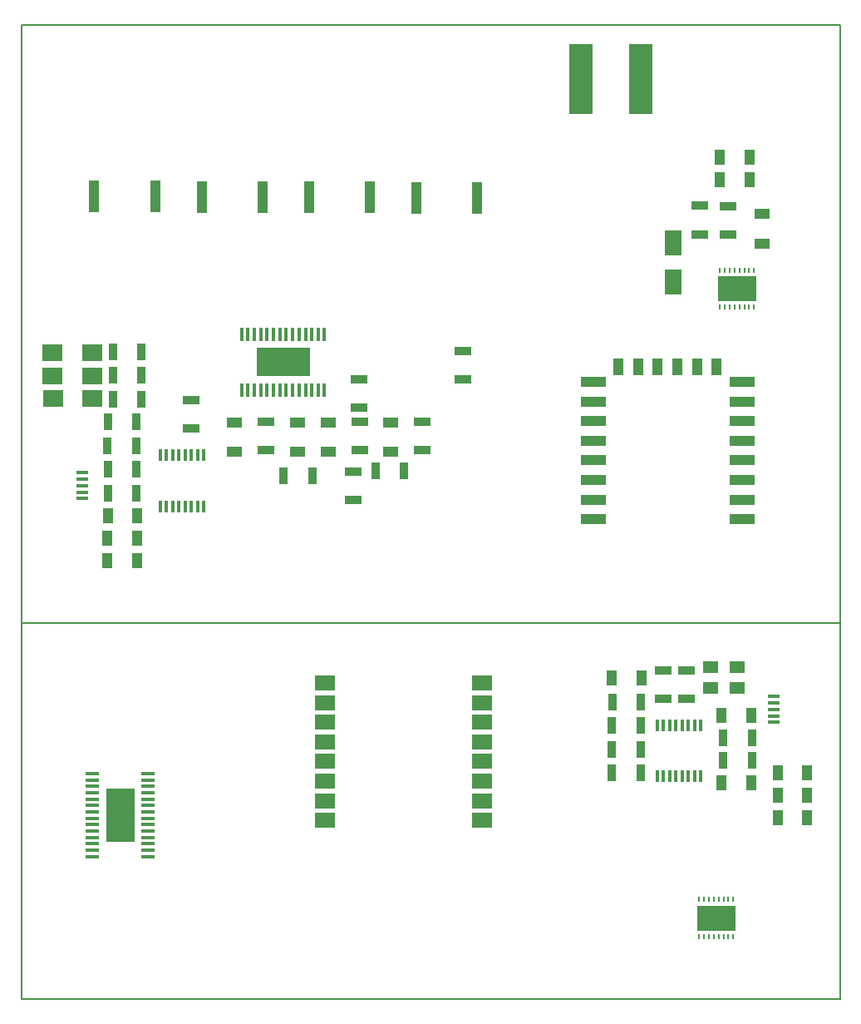
<source format=gbr>
%TF.GenerationSoftware,KiCad,Pcbnew,5.0.0-fee4fd1~66~ubuntu18.04.1*%
%TF.CreationDate,2019-06-24T19:08:59-03:00*%
%TF.ProjectId,Placa tesis,506C6163612074657369732E6B696361,rev?*%
%TF.SameCoordinates,Original*%
%TF.FileFunction,Paste,Top*%
%TF.FilePolarity,Positive*%
%FSLAX46Y46*%
G04 Gerber Fmt 4.6, Leading zero omitted, Abs format (unit mm)*
G04 Created by KiCad (PCBNEW 5.0.0-fee4fd1~66~ubuntu18.04.1) date Mon Jun 24 19:08:59 2019*
%MOMM*%
%LPD*%
G01*
G04 APERTURE LIST*
%ADD10C,0.150000*%
%ADD11R,1.000000X1.600000*%
%ADD12R,0.400000X1.200000*%
%ADD13R,5.511800X2.997200*%
%ADD14R,0.355600X1.422400*%
%ADD15R,1.700000X0.900000*%
%ADD16R,1.600000X1.000000*%
%ADD17R,0.250000X0.600000*%
%ADD18R,4.000000X2.600000*%
%ADD19R,0.900000X1.700000*%
%ADD20R,2.500000X1.000000*%
%ADD21R,1.000000X1.800000*%
%ADD22R,1.000000X3.200000*%
%ADD23R,1.300000X0.450000*%
%ADD24R,2.000000X1.500000*%
%ADD25R,1.422400X0.355600*%
%ADD26R,2.997200X5.511800*%
%ADD27R,1.500000X1.300000*%
%ADD28R,2.450000X7.190000*%
%ADD29R,2.000000X1.700000*%
%ADD30R,1.800000X2.500000*%
G04 APERTURE END LIST*
D10*
X70485000Y-140119100D02*
X153924000Y-140119100D01*
X70485000Y-101854000D02*
X153924000Y-101854000D01*
X153924000Y-41021000D02*
X153924000Y-140119100D01*
X70485000Y-41021000D02*
X70485000Y-140119100D01*
X70485000Y-41021000D02*
X153924000Y-41021000D01*
D11*
%TO.C,C12*%
X147564586Y-117134103D03*
X150564586Y-117134103D03*
%TD*%
D12*
%TO.C,U9*%
X135285086Y-112248103D03*
X135920086Y-112248103D03*
X136555086Y-112248103D03*
X137190086Y-112248103D03*
X137825086Y-112248103D03*
X138460086Y-112248103D03*
X139095086Y-112248103D03*
X139730086Y-112248103D03*
X139730086Y-117448103D03*
X139095086Y-117448103D03*
X138460086Y-117448103D03*
X137825086Y-117448103D03*
X137190086Y-117448103D03*
X136555086Y-117448103D03*
X135920086Y-117448103D03*
X135285086Y-117448103D03*
%TD*%
D13*
%TO.C,U4*%
X97155000Y-75311000D03*
D14*
X92938600Y-72466200D03*
X93573600Y-72466200D03*
X94234000Y-72466200D03*
X94869000Y-72466200D03*
X95529400Y-72466200D03*
X96189800Y-72466200D03*
X96824800Y-72466200D03*
X97485200Y-72466200D03*
X98120200Y-72466200D03*
X98780600Y-72466200D03*
X99441000Y-72466200D03*
X100076000Y-72466200D03*
X100736400Y-72466200D03*
X101371400Y-72466200D03*
X101371400Y-78155800D03*
X100736400Y-78155800D03*
X100076000Y-78155800D03*
X99441000Y-78155800D03*
X98780600Y-78155800D03*
X98120200Y-78155800D03*
X97485200Y-78155800D03*
X96824800Y-78155800D03*
X96189800Y-78155800D03*
X95529400Y-78155800D03*
X94869000Y-78155800D03*
X94234000Y-78155800D03*
X93573600Y-78155800D03*
X92938600Y-78155800D03*
%TD*%
D15*
%TO.C,R14*%
X142502681Y-59443743D03*
X142502681Y-62343743D03*
%TD*%
%TO.C,R13*%
X139581681Y-62290743D03*
X139581681Y-59390743D03*
%TD*%
D16*
%TO.C,C5*%
X145923000Y-63246000D03*
X145923000Y-60246000D03*
%TD*%
D17*
%TO.C,U3*%
X145141681Y-65925743D03*
X144641681Y-65925743D03*
X144141681Y-65925743D03*
X143641681Y-65925743D03*
X143141681Y-65925743D03*
X142641681Y-65925743D03*
X142141681Y-65925743D03*
X141641681Y-65925743D03*
X141641681Y-69725743D03*
X142141681Y-69725743D03*
X142641681Y-69725743D03*
X143141681Y-69725743D03*
X143641681Y-69725743D03*
X144141681Y-69725743D03*
X144641681Y-69725743D03*
X145141681Y-69725743D03*
D18*
X143391681Y-67825743D03*
%TD*%
D16*
%TO.C,C1*%
X108152000Y-81431000D03*
X108152000Y-84431000D03*
%TD*%
%TO.C,C2*%
X101751000Y-84431000D03*
X101751000Y-81431000D03*
%TD*%
%TO.C,C3*%
X98603000Y-81431000D03*
X98603000Y-84431000D03*
%TD*%
%TO.C,C4*%
X92202000Y-84431000D03*
X92202000Y-81431000D03*
%TD*%
D15*
%TO.C,R1*%
X111350000Y-84281000D03*
X111350000Y-81381000D03*
%TD*%
%TO.C,R2*%
X95400000Y-84281000D03*
X95400000Y-81381000D03*
%TD*%
%TO.C,R7*%
X104902000Y-79936000D03*
X104902000Y-77036000D03*
%TD*%
%TO.C,R8*%
X104949000Y-81381000D03*
X104949000Y-84281000D03*
%TD*%
D19*
%TO.C,R9*%
X106576582Y-86405586D03*
X109476582Y-86405586D03*
%TD*%
D15*
%TO.C,R10*%
X104267000Y-86434000D03*
X104267000Y-89334000D03*
%TD*%
D20*
%TO.C,U5*%
X128732978Y-91309063D03*
X128732978Y-89309063D03*
X128732978Y-87309063D03*
X128732978Y-85309063D03*
X128732978Y-83309063D03*
X128732978Y-81309063D03*
X128732978Y-79309063D03*
X128732978Y-77309063D03*
D21*
X131332978Y-75809063D03*
X133332978Y-75809063D03*
X135332978Y-75809063D03*
X137332978Y-75809063D03*
X139332978Y-75809063D03*
X141332978Y-75809063D03*
D20*
X143932978Y-77309063D03*
X143932978Y-79309063D03*
X143932978Y-81309063D03*
X143932978Y-83309063D03*
X143932978Y-85309063D03*
X143932978Y-87309063D03*
X143932978Y-89309063D03*
X143932978Y-91309063D03*
%TD*%
D22*
%TO.C,R3*%
X77926000Y-58420000D03*
X84126000Y-58420000D03*
%TD*%
%TO.C,R4*%
X95080285Y-58536516D03*
X88880285Y-58536516D03*
%TD*%
%TO.C,R5*%
X99809421Y-58511115D03*
X106009421Y-58511115D03*
%TD*%
%TO.C,R6*%
X116955893Y-58627348D03*
X110755893Y-58627348D03*
%TD*%
D11*
%TO.C,C6*%
X79272000Y-93218000D03*
X82272000Y-93218000D03*
%TD*%
%TO.C,C7*%
X82296000Y-90932000D03*
X79296000Y-90932000D03*
%TD*%
%TO.C,C8*%
X79272000Y-95504000D03*
X82272000Y-95504000D03*
%TD*%
%TO.C,C9*%
X141653000Y-56769000D03*
X144653000Y-56769000D03*
%TD*%
%TO.C,C10*%
X144653000Y-54483000D03*
X141653000Y-54483000D03*
%TD*%
D23*
%TO.C,J2*%
X76703000Y-89184000D03*
X76703000Y-88534000D03*
X76703000Y-87884000D03*
X76703000Y-87234000D03*
X76703000Y-86584000D03*
%TD*%
D19*
%TO.C,R11*%
X82222000Y-88646000D03*
X79322000Y-88646000D03*
%TD*%
%TO.C,R19*%
X79322000Y-86233000D03*
X82222000Y-86233000D03*
%TD*%
%TO.C,R20*%
X79269000Y-83820000D03*
X82169000Y-83820000D03*
%TD*%
%TO.C,R21*%
X79322000Y-81407000D03*
X82222000Y-81407000D03*
%TD*%
%TO.C,R22*%
X82730000Y-76660171D03*
X79830000Y-76660171D03*
%TD*%
%TO.C,R23*%
X79830000Y-79073171D03*
X82730000Y-79073171D03*
%TD*%
%TO.C,R24*%
X79830000Y-74247171D03*
X82730000Y-74247171D03*
%TD*%
D12*
%TO.C,U1*%
X84645500Y-84776000D03*
X85280500Y-84776000D03*
X85915500Y-84776000D03*
X86550500Y-84776000D03*
X87185500Y-84776000D03*
X87820500Y-84776000D03*
X88455500Y-84776000D03*
X89090500Y-84776000D03*
X89090500Y-89976000D03*
X88455500Y-89976000D03*
X87820500Y-89976000D03*
X87185500Y-89976000D03*
X86550500Y-89976000D03*
X85915500Y-89976000D03*
X85280500Y-89976000D03*
X84645500Y-89976000D03*
%TD*%
D15*
%TO.C,R25*%
X87757000Y-79142000D03*
X87757000Y-82042000D03*
%TD*%
%TO.C,R26*%
X115443000Y-77089000D03*
X115443000Y-74189000D03*
%TD*%
D19*
%TO.C,R27*%
X100129000Y-86868000D03*
X97229000Y-86868000D03*
%TD*%
D17*
%TO.C,U6*%
X139529065Y-133793947D03*
X140029065Y-133793947D03*
X140529065Y-133793947D03*
X141029065Y-133793947D03*
X141529065Y-133793947D03*
X142029065Y-133793947D03*
X142529065Y-133793947D03*
X143029065Y-133793947D03*
X143029065Y-129993947D03*
X142529065Y-129993947D03*
X142029065Y-129993947D03*
X141529065Y-129993947D03*
X141029065Y-129993947D03*
X140529065Y-129993947D03*
X140029065Y-129993947D03*
X139529065Y-129993947D03*
D18*
X141279065Y-131893947D03*
%TD*%
D24*
%TO.C,U7*%
X101426544Y-107962023D03*
X101426544Y-109962023D03*
X101426544Y-111962023D03*
X101426544Y-113962023D03*
X101426544Y-115962023D03*
X101426544Y-117962023D03*
X101426544Y-119962023D03*
X101426544Y-121962023D03*
X117426544Y-121962023D03*
X117426544Y-119962023D03*
X117426544Y-117962023D03*
X117426544Y-115962023D03*
X117426544Y-113962023D03*
X117426544Y-111962023D03*
X117426544Y-109962023D03*
X117426544Y-107962023D03*
%TD*%
D25*
%TO.C,U8*%
X77736700Y-117195600D03*
X77736700Y-117830600D03*
X77736700Y-118491000D03*
X77736700Y-119126000D03*
X77736700Y-119786400D03*
X77736700Y-120446800D03*
X77736700Y-121081800D03*
X77736700Y-121742200D03*
X77736700Y-122377200D03*
X77736700Y-123037600D03*
X77736700Y-123698000D03*
X77736700Y-124333000D03*
X77736700Y-124993400D03*
X77736700Y-125628400D03*
X83426300Y-125628400D03*
X83426300Y-124993400D03*
X83426300Y-124333000D03*
X83426300Y-123698000D03*
X83426300Y-123037600D03*
X83426300Y-122377200D03*
X83426300Y-121742200D03*
X83426300Y-121081800D03*
X83426300Y-120446800D03*
X83426300Y-119786400D03*
X83426300Y-119126000D03*
X83426300Y-118491000D03*
X83426300Y-117830600D03*
X83426300Y-117195600D03*
D26*
X80581500Y-121412000D03*
%TD*%
D11*
%TO.C,C11*%
X150564586Y-121706103D03*
X147564586Y-121706103D03*
%TD*%
%TO.C,C13*%
X150564586Y-119420103D03*
X147564586Y-119420103D03*
%TD*%
%TO.C,C14*%
X144849586Y-111292103D03*
X141849586Y-111292103D03*
%TD*%
%TO.C,C15*%
X141849586Y-118150103D03*
X144849586Y-118150103D03*
%TD*%
%TO.C,C16*%
X130649586Y-107482103D03*
X133649586Y-107482103D03*
%TD*%
D23*
%TO.C,J11*%
X147164586Y-109357103D03*
X147164586Y-110007103D03*
X147164586Y-110657103D03*
X147164586Y-111307103D03*
X147164586Y-111957103D03*
%TD*%
D19*
%TO.C,R28*%
X144906098Y-113570445D03*
X142006098Y-113570445D03*
%TD*%
%TO.C,R29*%
X142006098Y-115856445D03*
X144906098Y-115856445D03*
%TD*%
%TO.C,R30*%
X130670586Y-112308103D03*
X133570586Y-112308103D03*
%TD*%
D15*
%TO.C,R31*%
X138269586Y-106667103D03*
X138269586Y-109567103D03*
%TD*%
%TO.C,R32*%
X135856586Y-109567103D03*
X135856586Y-106667103D03*
%TD*%
D19*
%TO.C,R33*%
X133570586Y-114721103D03*
X130670586Y-114721103D03*
%TD*%
%TO.C,R34*%
X130700207Y-109895103D03*
X133600207Y-109895103D03*
%TD*%
%TO.C,R35*%
X133570586Y-117134103D03*
X130670586Y-117134103D03*
%TD*%
D27*
%TO.C,Rx2*%
X140729586Y-108498103D03*
X143429586Y-108498103D03*
%TD*%
%TO.C,Tx2*%
X143429586Y-106339103D03*
X140729586Y-106339103D03*
%TD*%
D28*
%TO.C,R12*%
X133608000Y-46482000D03*
X127508000Y-46482000D03*
%TD*%
D29*
%TO.C,Rx1*%
X73679300Y-76682600D03*
X77679300Y-76682600D03*
%TD*%
%TO.C,Tx1*%
X77742800Y-79044800D03*
X73742800Y-79044800D03*
%TD*%
%TO.C,PWR1*%
X73679300Y-74307700D03*
X77679300Y-74307700D03*
%TD*%
D30*
%TO.C,D5*%
X136893300Y-63176400D03*
X136893300Y-67176400D03*
%TD*%
M02*

</source>
